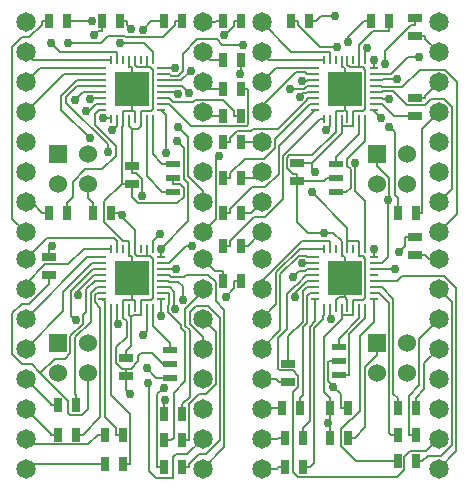
<source format=gtl>
G04 (created by PCBNEW (2013-mar-13)-testing) date Wed 23 Jul 2014 10:13:11 AM PDT*
%MOIN*%
G04 Gerber Fmt 3.4, Leading zero omitted, Abs format*
%FSLAX34Y34*%
G01*
G70*
G90*
G04 APERTURE LIST*
%ADD10C,0.005906*%
%ADD11R,0.045000X0.025000*%
%ADD12C,0.065000*%
%ADD13R,0.051200X0.019700*%
%ADD14R,0.030000X0.010000*%
%ADD15R,0.010000X0.030000*%
%ADD16R,0.118100X0.118100*%
%ADD17R,0.025000X0.045000*%
%ADD18R,0.060000X0.060000*%
%ADD19C,0.060000*%
%ADD20C,0.030000*%
%ADD21C,0.007000*%
G04 APERTURE END LIST*
G54D10*
G54D11*
X24212Y-24896D03*
X24212Y-25496D03*
G54D12*
X20669Y-20122D03*
X20669Y-21122D03*
X20669Y-22122D03*
X20669Y-23122D03*
X20669Y-24122D03*
X20669Y-25122D03*
X20669Y-26122D03*
X20669Y-27122D03*
X26574Y-27122D03*
X26574Y-26122D03*
X26574Y-25122D03*
X26574Y-24122D03*
X26574Y-23122D03*
X26574Y-22122D03*
X26574Y-21122D03*
X26574Y-20122D03*
X20669Y-27996D03*
X20669Y-28996D03*
X20669Y-29996D03*
X20669Y-30996D03*
X20669Y-31996D03*
X20669Y-32996D03*
X20669Y-33996D03*
X20669Y-34996D03*
X26574Y-34996D03*
X26574Y-33996D03*
X26574Y-32996D03*
X26574Y-31996D03*
X26574Y-30996D03*
X26574Y-29996D03*
X26574Y-28996D03*
X26574Y-27996D03*
X28543Y-20122D03*
X28543Y-21122D03*
X28543Y-22122D03*
X28543Y-23122D03*
X28543Y-24122D03*
X28543Y-25122D03*
X28543Y-26122D03*
X28543Y-27122D03*
X34448Y-27122D03*
X34448Y-26122D03*
X34448Y-25122D03*
X34448Y-24122D03*
X34448Y-23122D03*
X34448Y-22122D03*
X34448Y-21122D03*
X34448Y-20122D03*
X28543Y-27996D03*
X28543Y-28996D03*
X28543Y-29996D03*
X28543Y-30996D03*
X28543Y-31996D03*
X28543Y-32996D03*
X28543Y-33996D03*
X28543Y-34996D03*
X34448Y-34996D03*
X34448Y-33996D03*
X34448Y-32996D03*
X34448Y-31996D03*
X34448Y-30996D03*
X34448Y-29996D03*
X34448Y-28996D03*
X34448Y-27996D03*
G54D13*
X25590Y-25295D03*
X25590Y-24823D03*
X25590Y-25767D03*
X25492Y-31496D03*
X25492Y-31024D03*
X25492Y-31968D03*
X31003Y-25295D03*
X31003Y-25767D03*
X31003Y-24823D03*
X31102Y-31397D03*
X31102Y-31869D03*
X31102Y-30925D03*
G54D11*
X24015Y-31294D03*
X24015Y-31894D03*
G54D14*
X23228Y-22834D03*
X23228Y-22637D03*
X23228Y-22440D03*
X23228Y-23031D03*
G54D15*
X23523Y-23326D03*
X23720Y-23326D03*
X23917Y-23326D03*
X24114Y-23326D03*
X24310Y-23326D03*
X24507Y-23326D03*
X24704Y-23326D03*
X24901Y-23326D03*
G54D14*
X25196Y-21653D03*
X25196Y-23031D03*
X25196Y-22834D03*
X25196Y-22637D03*
X25196Y-22440D03*
X25196Y-22244D03*
X25196Y-22047D03*
X25196Y-21850D03*
G54D15*
X24901Y-21358D03*
X24704Y-21358D03*
X24507Y-21358D03*
X24310Y-21358D03*
X24114Y-21358D03*
X23917Y-21358D03*
X23720Y-21358D03*
X23523Y-21358D03*
G54D14*
X23228Y-21653D03*
X23228Y-21850D03*
X23228Y-22047D03*
X23228Y-22244D03*
G54D16*
X24212Y-22342D03*
G54D14*
X23228Y-29133D03*
X23228Y-28936D03*
X23228Y-28739D03*
X23228Y-29330D03*
G54D15*
X23523Y-29625D03*
X23720Y-29625D03*
X23917Y-29625D03*
X24114Y-29625D03*
X24310Y-29625D03*
X24507Y-29625D03*
X24704Y-29625D03*
X24901Y-29625D03*
G54D14*
X25196Y-27952D03*
X25196Y-29330D03*
X25196Y-29133D03*
X25196Y-28936D03*
X25196Y-28739D03*
X25196Y-28543D03*
X25196Y-28346D03*
X25196Y-28149D03*
G54D15*
X24901Y-27657D03*
X24704Y-27657D03*
X24507Y-27657D03*
X24310Y-27657D03*
X24114Y-27657D03*
X23917Y-27657D03*
X23720Y-27657D03*
X23523Y-27657D03*
G54D14*
X23228Y-27952D03*
X23228Y-28149D03*
X23228Y-28346D03*
X23228Y-28543D03*
G54D16*
X24212Y-28641D03*
G54D14*
X30315Y-22834D03*
X30315Y-22637D03*
X30315Y-22440D03*
X30315Y-23031D03*
G54D15*
X30610Y-23326D03*
X30807Y-23326D03*
X31004Y-23326D03*
X31201Y-23326D03*
X31397Y-23326D03*
X31594Y-23326D03*
X31791Y-23326D03*
X31988Y-23326D03*
G54D14*
X32283Y-21653D03*
X32283Y-23031D03*
X32283Y-22834D03*
X32283Y-22637D03*
X32283Y-22440D03*
X32283Y-22244D03*
X32283Y-22047D03*
X32283Y-21850D03*
G54D15*
X31988Y-21358D03*
X31791Y-21358D03*
X31594Y-21358D03*
X31397Y-21358D03*
X31201Y-21358D03*
X31004Y-21358D03*
X30807Y-21358D03*
X30610Y-21358D03*
G54D14*
X30315Y-21653D03*
X30315Y-21850D03*
X30315Y-22047D03*
X30315Y-22244D03*
G54D16*
X31299Y-22342D03*
G54D14*
X30315Y-29133D03*
X30315Y-28936D03*
X30315Y-28739D03*
X30315Y-29330D03*
G54D15*
X30610Y-29625D03*
X30807Y-29625D03*
X31004Y-29625D03*
X31201Y-29625D03*
X31397Y-29625D03*
X31594Y-29625D03*
X31791Y-29625D03*
X31988Y-29625D03*
G54D14*
X32283Y-27952D03*
X32283Y-29330D03*
X32283Y-29133D03*
X32283Y-28936D03*
X32283Y-28739D03*
X32283Y-28543D03*
X32283Y-28346D03*
X32283Y-28149D03*
G54D15*
X31988Y-27657D03*
X31791Y-27657D03*
X31594Y-27657D03*
X31397Y-27657D03*
X31201Y-27657D03*
X31004Y-27657D03*
X30807Y-27657D03*
X30610Y-27657D03*
G54D14*
X30315Y-27952D03*
X30315Y-28149D03*
X30315Y-28346D03*
X30315Y-28543D03*
G54D16*
X31299Y-28641D03*
G54D11*
X29724Y-24798D03*
X29724Y-25398D03*
G54D17*
X30802Y-32972D03*
X31402Y-32972D03*
X33066Y-32972D03*
X33666Y-32972D03*
X33066Y-33858D03*
X33666Y-33858D03*
X33066Y-34744D03*
X33666Y-34744D03*
G54D11*
X33661Y-27259D03*
X33661Y-27859D03*
G54D17*
X29925Y-34940D03*
X29325Y-34940D03*
X29925Y-33956D03*
X29325Y-33956D03*
X29827Y-32972D03*
X29227Y-32972D03*
G54D11*
X29429Y-31491D03*
X29429Y-32091D03*
G54D17*
X33066Y-26476D03*
X33666Y-26476D03*
G54D11*
X33661Y-23233D03*
X33661Y-22633D03*
X33661Y-19975D03*
X33661Y-20575D03*
G54D17*
X29522Y-20078D03*
X30122Y-20078D03*
X27259Y-27559D03*
X27859Y-27559D03*
X27259Y-26476D03*
X27859Y-26476D03*
X27259Y-25295D03*
X27859Y-25295D03*
X27259Y-24114D03*
X27859Y-24114D03*
X25290Y-34940D03*
X25890Y-34940D03*
X25290Y-34055D03*
X25890Y-34055D03*
X25290Y-33169D03*
X25890Y-33169D03*
X27859Y-28740D03*
X27259Y-28740D03*
X23922Y-34842D03*
X23322Y-34842D03*
X23922Y-33858D03*
X23322Y-33858D03*
X22347Y-33858D03*
X21747Y-33858D03*
X22347Y-32874D03*
X21747Y-32874D03*
X27859Y-23228D03*
X27259Y-23228D03*
X27859Y-22342D03*
X27259Y-22342D03*
X27859Y-21358D03*
X27259Y-21358D03*
X27859Y-20078D03*
X27259Y-20078D03*
X22051Y-20078D03*
X21451Y-20078D03*
X22051Y-26476D03*
X21451Y-26476D03*
X23823Y-20078D03*
X23223Y-20078D03*
X25290Y-20078D03*
X25890Y-20078D03*
X31402Y-33956D03*
X30802Y-33956D03*
X32180Y-20078D03*
X32780Y-20078D03*
G54D11*
X21456Y-28548D03*
X21456Y-27948D03*
G54D17*
X22928Y-26476D03*
X23528Y-26476D03*
G54D18*
X21744Y-24500D03*
G54D19*
X21744Y-25500D03*
X22744Y-24500D03*
X22744Y-25500D03*
G54D18*
X21744Y-30799D03*
G54D19*
X21744Y-31799D03*
X22744Y-30799D03*
X22744Y-31799D03*
G54D18*
X32374Y-24500D03*
G54D19*
X32374Y-25500D03*
X33374Y-24500D03*
X33374Y-25500D03*
G54D18*
X32374Y-30799D03*
G54D19*
X32374Y-31799D03*
X33374Y-30799D03*
X33374Y-31799D03*
G54D20*
X30314Y-25098D03*
X30216Y-25787D03*
X23879Y-26550D03*
X24560Y-25900D03*
X21548Y-27560D03*
X30736Y-33464D03*
X21503Y-20798D03*
X22810Y-23972D03*
X22332Y-30052D03*
X29876Y-22057D03*
X29883Y-28154D03*
X23408Y-24447D03*
X22425Y-29198D03*
X29486Y-22330D03*
X29585Y-28618D03*
X25738Y-22491D03*
X25738Y-23589D03*
X24744Y-32145D03*
X25905Y-29370D03*
X26121Y-22474D03*
X27124Y-24571D03*
X26173Y-21733D03*
X25672Y-28346D03*
X33035Y-22014D03*
X32967Y-28346D03*
X32270Y-27679D03*
X25176Y-27667D03*
X25731Y-24088D03*
X25644Y-21654D03*
X32283Y-21376D03*
X26217Y-27575D03*
X33783Y-21260D03*
X27924Y-20870D03*
X32764Y-26024D03*
X31407Y-20776D03*
X29802Y-22602D03*
X22299Y-22716D03*
X29656Y-29276D03*
X24567Y-20358D03*
X22810Y-22682D03*
X24189Y-20334D03*
X22666Y-23083D03*
X22868Y-20078D03*
X23250Y-23302D03*
X27278Y-20534D03*
X23545Y-23699D03*
X27339Y-29260D03*
X23760Y-30182D03*
X31045Y-20942D03*
X30684Y-23704D03*
X33117Y-27779D03*
X30842Y-30011D03*
X27801Y-21850D03*
X25364Y-24475D03*
X25314Y-32712D03*
X25171Y-29894D03*
X32663Y-21512D03*
X32503Y-23308D03*
X25269Y-32304D03*
X25663Y-29664D03*
X32797Y-23601D03*
X32797Y-22668D03*
X25143Y-27173D03*
X23820Y-20818D03*
X31645Y-24789D03*
X32050Y-20984D03*
X24586Y-30531D03*
X24704Y-31653D03*
X24144Y-32496D03*
X30616Y-27125D03*
X30917Y-32260D03*
X30997Y-19916D03*
X22088Y-20813D03*
X22959Y-20538D03*
G54D21*
X31397Y-27657D02*
X31397Y-26968D01*
X30216Y-25000D02*
X30216Y-24798D01*
X30314Y-25098D02*
X30216Y-25000D01*
X31397Y-26968D02*
X30216Y-25787D01*
X31201Y-23326D02*
X31201Y-23818D01*
X30221Y-24798D02*
X30216Y-24798D01*
X30216Y-24798D02*
X29724Y-24798D01*
X31201Y-23818D02*
X30221Y-24798D01*
X24704Y-21358D02*
X24704Y-21578D01*
X24114Y-23326D02*
X24114Y-23581D01*
X23528Y-26476D02*
X23758Y-26476D01*
X23807Y-26525D02*
X23856Y-26574D01*
X23807Y-26525D02*
X23807Y-26525D01*
X23758Y-26476D02*
X23807Y-26525D01*
X31397Y-27657D02*
X31397Y-27402D01*
X24212Y-24896D02*
X24212Y-24666D01*
X23856Y-26574D02*
X23879Y-26550D01*
X31201Y-29625D02*
X31201Y-29880D01*
X24356Y-25126D02*
X24212Y-25126D01*
X24560Y-25330D02*
X24356Y-25126D01*
X24560Y-25900D02*
X24560Y-25330D01*
X24212Y-24896D02*
X24212Y-25126D01*
X24507Y-23326D02*
X24507Y-23581D01*
X24310Y-21546D02*
X24310Y-21358D01*
X24377Y-21613D02*
X24310Y-21546D01*
X24669Y-21613D02*
X24377Y-21613D01*
X24704Y-21578D02*
X24669Y-21613D01*
X24507Y-23326D02*
X24507Y-23071D01*
X24838Y-23071D02*
X24507Y-23071D01*
X24908Y-23002D02*
X24838Y-23071D01*
X24908Y-21702D02*
X24908Y-23002D01*
X24819Y-21613D02*
X24908Y-21702D01*
X24739Y-21613D02*
X24819Y-21613D01*
X24704Y-21578D02*
X24739Y-21613D01*
X24212Y-24666D02*
X24212Y-23679D01*
X24114Y-23581D02*
X24212Y-23679D01*
X24409Y-23679D02*
X24507Y-23581D01*
X24212Y-23679D02*
X24409Y-23679D01*
X24310Y-27028D02*
X24310Y-27657D01*
X23856Y-26574D02*
X24310Y-27028D01*
X24704Y-27657D02*
X24704Y-27877D01*
X31791Y-21358D02*
X31791Y-21578D01*
X32780Y-20078D02*
X32780Y-20408D01*
X31791Y-21358D02*
X31791Y-21103D01*
X31397Y-27402D02*
X31791Y-27402D01*
X31925Y-29370D02*
X31594Y-29370D01*
X31994Y-29301D02*
X31925Y-29370D01*
X31994Y-28002D02*
X31994Y-29301D01*
X31905Y-27912D02*
X31994Y-28002D01*
X31791Y-27912D02*
X31905Y-27912D01*
X31791Y-27657D02*
X31791Y-27912D01*
X31594Y-29625D02*
X31594Y-29370D01*
X31791Y-27657D02*
X31791Y-27402D01*
X24114Y-29625D02*
X24114Y-29880D01*
X24015Y-31294D02*
X24015Y-31064D01*
X21456Y-27653D02*
X21456Y-27948D01*
X21548Y-27560D02*
X21456Y-27653D01*
X30802Y-33530D02*
X30802Y-33956D01*
X30736Y-33464D02*
X30802Y-33530D01*
X24262Y-29880D02*
X24188Y-29954D01*
X24507Y-29880D02*
X24262Y-29880D01*
X24188Y-30891D02*
X24188Y-29954D01*
X24015Y-31064D02*
X24188Y-30891D01*
X24188Y-29954D02*
X24114Y-29880D01*
X24507Y-29625D02*
X24507Y-29880D01*
X24310Y-27845D02*
X24310Y-27657D01*
X24377Y-27912D02*
X24310Y-27845D01*
X24704Y-27912D02*
X24377Y-27912D01*
X24704Y-27877D02*
X24704Y-27912D01*
X24838Y-29370D02*
X24507Y-29370D01*
X24908Y-29301D02*
X24838Y-29370D01*
X24908Y-28001D02*
X24908Y-29301D01*
X24819Y-27912D02*
X24908Y-28001D01*
X24704Y-27912D02*
X24819Y-27912D01*
X24507Y-29625D02*
X24507Y-29370D01*
X30802Y-33399D02*
X30802Y-32972D01*
X30736Y-33464D02*
X30802Y-33399D01*
X30802Y-32972D02*
X30802Y-32642D01*
X31791Y-20882D02*
X31791Y-21103D01*
X32265Y-20408D02*
X31791Y-20882D01*
X32780Y-20408D02*
X32265Y-20408D01*
X31594Y-23326D02*
X31594Y-23581D01*
X31201Y-23581D02*
X31594Y-23581D01*
X31201Y-23326D02*
X31201Y-23581D01*
X31397Y-21538D02*
X31397Y-21358D01*
X31472Y-21613D02*
X31397Y-21538D01*
X31756Y-21613D02*
X31472Y-21613D01*
X31791Y-21578D02*
X31756Y-21613D01*
X31594Y-23326D02*
X31594Y-23071D01*
X31925Y-23071D02*
X31594Y-23071D01*
X31994Y-23002D02*
X31925Y-23071D01*
X31994Y-21702D02*
X31994Y-23002D01*
X31905Y-21613D02*
X31994Y-21702D01*
X31826Y-21613D02*
X31905Y-21613D01*
X31791Y-21578D02*
X31826Y-21613D01*
X31201Y-30013D02*
X31201Y-29880D01*
X30601Y-30613D02*
X31201Y-30013D01*
X30601Y-32441D02*
X30601Y-30613D01*
X30802Y-32642D02*
X30601Y-32441D01*
X31594Y-29625D02*
X31594Y-29880D01*
X31201Y-29880D02*
X31594Y-29880D01*
X21809Y-21103D02*
X21503Y-20798D01*
X23720Y-21103D02*
X21809Y-21103D01*
X23720Y-21358D02*
X23720Y-21103D01*
X21368Y-27296D02*
X20669Y-27996D01*
X23614Y-27296D02*
X21368Y-27296D01*
X23720Y-27402D02*
X23614Y-27296D01*
X23720Y-27657D02*
X23720Y-27402D01*
X29524Y-21103D02*
X28543Y-20122D01*
X30807Y-21103D02*
X29524Y-21103D01*
X30807Y-21358D02*
X30807Y-21103D01*
X20905Y-21358D02*
X20669Y-21122D01*
X23523Y-21358D02*
X20905Y-21358D01*
X20669Y-28825D02*
X20669Y-28996D01*
X21316Y-28178D02*
X20669Y-28825D01*
X22087Y-28178D02*
X21316Y-28178D01*
X22607Y-27657D02*
X22087Y-28178D01*
X23523Y-27657D02*
X22607Y-27657D01*
X28779Y-21358D02*
X28543Y-21122D01*
X30610Y-21358D02*
X28779Y-21358D01*
X30807Y-27657D02*
X30807Y-27402D01*
X28543Y-28737D02*
X28543Y-28996D01*
X29878Y-27402D02*
X28543Y-28737D01*
X30807Y-27402D02*
X29878Y-27402D01*
X23228Y-21653D02*
X22973Y-21653D01*
X21137Y-21653D02*
X20669Y-22122D01*
X22973Y-21653D02*
X21137Y-21653D01*
X23228Y-27952D02*
X22973Y-27952D01*
X22712Y-27952D02*
X20669Y-29996D01*
X22973Y-27952D02*
X22712Y-27952D01*
X30315Y-21653D02*
X30060Y-21653D01*
X29020Y-21644D02*
X28543Y-22122D01*
X30051Y-21644D02*
X29020Y-21644D01*
X30060Y-21653D02*
X30051Y-21644D01*
X29025Y-29514D02*
X28543Y-29996D01*
X29025Y-28453D02*
X29025Y-29514D01*
X29821Y-27657D02*
X29025Y-28453D01*
X30610Y-27657D02*
X29821Y-27657D01*
X23228Y-21850D02*
X22973Y-21850D01*
X21940Y-21850D02*
X20669Y-23122D01*
X22973Y-21850D02*
X21940Y-21850D01*
X23228Y-28149D02*
X22973Y-28149D01*
X21920Y-29745D02*
X20669Y-30996D01*
X21920Y-29103D02*
X21920Y-29745D01*
X22874Y-28149D02*
X21920Y-29103D01*
X22973Y-28149D02*
X22874Y-28149D01*
X30315Y-21850D02*
X30060Y-21850D01*
X28543Y-22912D02*
X28543Y-23122D01*
X29670Y-21784D02*
X28543Y-22912D01*
X29984Y-21784D02*
X29670Y-21784D01*
X30050Y-21850D02*
X29984Y-21784D01*
X30060Y-21850D02*
X30050Y-21850D01*
X30315Y-27952D02*
X30060Y-27952D01*
X29165Y-30373D02*
X28543Y-30996D01*
X29165Y-28511D02*
X29165Y-30373D01*
X29777Y-27899D02*
X29165Y-28511D01*
X30006Y-27899D02*
X29777Y-27899D01*
X30060Y-27952D02*
X30006Y-27899D01*
X21863Y-23026D02*
X22810Y-23972D01*
X21863Y-22560D02*
X21863Y-23026D01*
X22376Y-22047D02*
X21863Y-22560D01*
X23228Y-22047D02*
X22376Y-22047D01*
X22168Y-29889D02*
X22332Y-30052D01*
X22168Y-29087D02*
X22168Y-29889D01*
X22909Y-28346D02*
X22168Y-29087D01*
X23228Y-28346D02*
X22909Y-28346D01*
X30049Y-22057D02*
X30060Y-22047D01*
X29876Y-22057D02*
X30049Y-22057D01*
X30315Y-22047D02*
X30060Y-22047D01*
X29888Y-28149D02*
X29883Y-28154D01*
X30315Y-28149D02*
X29888Y-28149D01*
X23228Y-22244D02*
X22973Y-22244D01*
X23408Y-24186D02*
X23408Y-24447D01*
X22025Y-22802D02*
X23408Y-24186D01*
X22025Y-22614D02*
X22025Y-22802D01*
X22394Y-22244D02*
X22025Y-22614D01*
X22973Y-22244D02*
X22394Y-22244D01*
X22425Y-29079D02*
X22425Y-29198D01*
X22961Y-28543D02*
X22425Y-29079D01*
X23228Y-28543D02*
X22961Y-28543D01*
X29965Y-22330D02*
X29486Y-22330D01*
X30051Y-22244D02*
X29965Y-22330D01*
X30315Y-22244D02*
X30051Y-22244D01*
X29792Y-28411D02*
X29585Y-28618D01*
X29988Y-28411D02*
X29792Y-28411D01*
X30053Y-28346D02*
X29988Y-28411D01*
X30315Y-28346D02*
X30053Y-28346D01*
X25687Y-22440D02*
X25738Y-22491D01*
X25196Y-22440D02*
X25687Y-22440D01*
X26091Y-23942D02*
X25738Y-23589D01*
X26091Y-25247D02*
X26091Y-23942D01*
X26574Y-25730D02*
X26091Y-25247D01*
X26574Y-26122D02*
X26574Y-25730D01*
X25196Y-28739D02*
X25432Y-28739D01*
X26062Y-34508D02*
X26574Y-33996D01*
X25688Y-34508D02*
X26062Y-34508D01*
X25590Y-34606D02*
X25688Y-34508D01*
X25590Y-35295D02*
X25590Y-34606D01*
X25570Y-35314D02*
X25590Y-35295D01*
X25019Y-35314D02*
X25570Y-35314D01*
X24783Y-35078D02*
X25019Y-35314D01*
X24783Y-32185D02*
X24783Y-35078D01*
X24744Y-32145D02*
X24783Y-32185D01*
X25905Y-28917D02*
X25905Y-29370D01*
X25748Y-28759D02*
X25905Y-28917D01*
X25452Y-28759D02*
X25748Y-28759D01*
X25432Y-28739D02*
X25452Y-28759D01*
X34891Y-25678D02*
X34448Y-26122D01*
X34891Y-22955D02*
X34891Y-25678D01*
X34620Y-22683D02*
X34891Y-22955D01*
X34176Y-22683D02*
X34620Y-22683D01*
X33991Y-22868D02*
X34176Y-22683D01*
X33368Y-22868D02*
X33991Y-22868D01*
X32914Y-22413D02*
X33368Y-22868D01*
X32565Y-22413D02*
X32914Y-22413D01*
X32538Y-22440D02*
X32565Y-22413D01*
X32283Y-22440D02*
X32538Y-22440D01*
X34030Y-34413D02*
X34448Y-33996D01*
X33495Y-34413D02*
X34030Y-34413D01*
X33296Y-34612D02*
X33495Y-34413D01*
X33296Y-35025D02*
X33296Y-34612D01*
X33050Y-35271D02*
X33296Y-35025D01*
X29750Y-35271D02*
X33050Y-35271D01*
X29597Y-35118D02*
X29750Y-35271D01*
X29597Y-32423D02*
X29597Y-35118D01*
X29759Y-32261D02*
X29597Y-32423D01*
X29759Y-31909D02*
X29759Y-32261D01*
X29571Y-31721D02*
X29759Y-31909D01*
X29158Y-31721D02*
X29571Y-31721D01*
X29097Y-31660D02*
X29158Y-31721D01*
X29097Y-30640D02*
X29097Y-31660D01*
X29393Y-30344D02*
X29097Y-30640D01*
X29393Y-29157D02*
X29393Y-30344D01*
X29676Y-28873D02*
X29393Y-29157D01*
X29709Y-28873D02*
X29676Y-28873D01*
X30030Y-28551D02*
X29709Y-28873D01*
X30052Y-28551D02*
X30030Y-28551D01*
X30060Y-28543D02*
X30052Y-28551D01*
X30315Y-28543D02*
X30060Y-28543D01*
X27028Y-26667D02*
X26574Y-27122D01*
X27028Y-24667D02*
X27028Y-26667D01*
X27124Y-24571D02*
X27028Y-24667D01*
X25459Y-22236D02*
X25451Y-22244D01*
X25883Y-22236D02*
X25459Y-22236D01*
X26121Y-22474D02*
X25883Y-22236D01*
X25196Y-22244D02*
X25451Y-22244D01*
X25196Y-28543D02*
X25451Y-28543D01*
X25521Y-28613D02*
X25451Y-28543D01*
X25956Y-28613D02*
X25521Y-28613D01*
X26026Y-28543D02*
X25956Y-28613D01*
X26760Y-28543D02*
X26026Y-28543D01*
X27004Y-28787D02*
X26760Y-28543D01*
X27004Y-29415D02*
X27004Y-28787D01*
X27293Y-29704D02*
X27004Y-29415D01*
X27293Y-34277D02*
X27293Y-29704D01*
X26574Y-34996D02*
X27293Y-34277D01*
X35051Y-26519D02*
X34448Y-27122D01*
X35051Y-22100D02*
X35051Y-26519D01*
X34640Y-21689D02*
X35051Y-22100D01*
X33802Y-21689D02*
X34640Y-21689D01*
X33222Y-22269D02*
X33802Y-21689D01*
X32563Y-22269D02*
X33222Y-22269D01*
X32538Y-22244D02*
X32563Y-22269D01*
X32283Y-22244D02*
X32538Y-22244D01*
X35031Y-34413D02*
X34448Y-34996D01*
X35031Y-28969D02*
X35031Y-34413D01*
X34619Y-28556D02*
X35031Y-28969D01*
X33231Y-28556D02*
X34619Y-28556D01*
X33048Y-28739D02*
X33231Y-28556D01*
X32283Y-28739D02*
X33048Y-28739D01*
X25196Y-22047D02*
X25451Y-22047D01*
X25454Y-22049D02*
X25451Y-22047D01*
X25857Y-22049D02*
X25454Y-22049D01*
X26173Y-21733D02*
X25857Y-22049D01*
X25672Y-28346D02*
X25196Y-28346D01*
X32283Y-22047D02*
X32538Y-22047D01*
X32571Y-22014D02*
X32538Y-22047D01*
X33035Y-22014D02*
X32571Y-22014D01*
X32283Y-28346D02*
X32967Y-28346D01*
X32283Y-27692D02*
X32270Y-27679D01*
X32283Y-27952D02*
X32283Y-27692D01*
X25196Y-27688D02*
X25196Y-27952D01*
X25176Y-27667D02*
X25196Y-27688D01*
X25196Y-21653D02*
X25451Y-21653D01*
X25643Y-21653D02*
X25644Y-21654D01*
X25451Y-21653D02*
X25643Y-21653D01*
X25951Y-24308D02*
X25731Y-24088D01*
X25951Y-25338D02*
X25951Y-24308D01*
X26091Y-25478D02*
X25951Y-25338D01*
X26091Y-26752D02*
X26091Y-25478D01*
X25176Y-27667D02*
X26091Y-26752D01*
X32283Y-21376D02*
X32283Y-21653D01*
X25196Y-28149D02*
X25451Y-28149D01*
X26026Y-27575D02*
X26217Y-27575D01*
X25451Y-28149D02*
X26026Y-27575D01*
X32283Y-21850D02*
X32538Y-21850D01*
X25196Y-21850D02*
X25451Y-21850D01*
X27231Y-20870D02*
X27924Y-20870D01*
X27042Y-20681D02*
X27231Y-20870D01*
X26396Y-20681D02*
X27042Y-20681D01*
X25918Y-21159D02*
X26396Y-20681D01*
X25918Y-21750D02*
X25918Y-21159D01*
X25759Y-21909D02*
X25918Y-21750D01*
X25530Y-21909D02*
X25759Y-21909D01*
X25470Y-21850D02*
X25530Y-21909D01*
X25451Y-21850D02*
X25470Y-21850D01*
X32374Y-24500D02*
X32374Y-24905D01*
X32283Y-28149D02*
X32538Y-28149D01*
X32781Y-26007D02*
X32764Y-26024D01*
X32781Y-25312D02*
X32781Y-26007D01*
X32374Y-24905D02*
X32781Y-25312D01*
X32764Y-27923D02*
X32538Y-28149D01*
X32764Y-26024D02*
X32764Y-27923D01*
X32838Y-21850D02*
X32538Y-21850D01*
X33428Y-21260D02*
X32838Y-21850D01*
X33783Y-21260D02*
X33428Y-21260D01*
X32180Y-20078D02*
X31950Y-20078D01*
X30315Y-22440D02*
X30060Y-22440D01*
X30018Y-22482D02*
X30060Y-22440D01*
X29922Y-22482D02*
X30018Y-22482D01*
X29802Y-22602D02*
X29922Y-22482D01*
X22744Y-25962D02*
X22928Y-26146D01*
X22744Y-25500D02*
X22744Y-25962D01*
X22928Y-26476D02*
X22928Y-26146D01*
X23228Y-22440D02*
X22973Y-22440D01*
X31407Y-20621D02*
X31407Y-20776D01*
X31950Y-20078D02*
X31407Y-20621D01*
X22589Y-22427D02*
X22299Y-22716D01*
X22960Y-22427D02*
X22589Y-22427D01*
X22973Y-22440D02*
X22960Y-22427D01*
X23228Y-28739D02*
X22973Y-28739D01*
X20867Y-31496D02*
X21165Y-31793D01*
X20553Y-31496D02*
X20867Y-31496D01*
X20223Y-31165D02*
X20553Y-31496D01*
X20223Y-29810D02*
X20223Y-31165D01*
X20538Y-29496D02*
X20223Y-29810D01*
X20792Y-29496D02*
X20538Y-29496D01*
X21456Y-28831D02*
X20792Y-29496D01*
X21456Y-28548D02*
X21456Y-28831D01*
X22744Y-32995D02*
X22744Y-31799D01*
X22535Y-33204D02*
X22744Y-32995D01*
X22164Y-33204D02*
X22535Y-33204D01*
X22096Y-33136D02*
X22164Y-33204D01*
X22096Y-32724D02*
X22096Y-33136D01*
X21165Y-31793D02*
X22096Y-32724D01*
X22693Y-29020D02*
X22973Y-28739D01*
X22693Y-29778D02*
X22693Y-29020D01*
X22587Y-29884D02*
X22693Y-29778D01*
X22587Y-30158D02*
X22587Y-29884D01*
X22164Y-30581D02*
X22587Y-30158D01*
X22164Y-31152D02*
X22164Y-30581D01*
X21992Y-31323D02*
X22164Y-31152D01*
X21635Y-31323D02*
X21992Y-31323D01*
X21165Y-31793D02*
X21635Y-31323D01*
X31968Y-33620D02*
X31632Y-33956D01*
X31968Y-31609D02*
X31968Y-33620D01*
X32374Y-31204D02*
X31968Y-31609D01*
X32374Y-30799D02*
X32374Y-31204D01*
X31402Y-33956D02*
X31632Y-33956D01*
X30041Y-28739D02*
X30315Y-28739D01*
X29656Y-29124D02*
X30041Y-28739D01*
X29656Y-29276D02*
X29656Y-29124D01*
X23228Y-22637D02*
X22973Y-22637D01*
X24847Y-20078D02*
X24567Y-20358D01*
X25290Y-20078D02*
X24847Y-20078D01*
X22854Y-22637D02*
X22810Y-22682D01*
X22973Y-22637D02*
X22854Y-22637D01*
X22347Y-32874D02*
X22347Y-32543D01*
X23046Y-28936D02*
X23228Y-28936D01*
X22833Y-29150D02*
X23046Y-28936D01*
X22833Y-30111D02*
X22833Y-29150D01*
X22325Y-30618D02*
X22833Y-30111D01*
X22325Y-32522D02*
X22325Y-30618D01*
X22347Y-32543D02*
X22325Y-32522D01*
X27259Y-24114D02*
X27489Y-24114D01*
X30315Y-22637D02*
X30060Y-22637D01*
X30060Y-22705D02*
X30060Y-22637D01*
X29089Y-23676D02*
X30060Y-22705D01*
X28259Y-23676D02*
X29089Y-23676D01*
X28181Y-23754D02*
X28259Y-23676D01*
X27705Y-23754D02*
X28181Y-23754D01*
X27489Y-23970D02*
X27705Y-23754D01*
X27489Y-24114D02*
X27489Y-23970D01*
X29429Y-31491D02*
X29429Y-31261D01*
X30315Y-28936D02*
X30060Y-28936D01*
X29911Y-29084D02*
X30060Y-28936D01*
X29911Y-30090D02*
X29911Y-29084D01*
X29429Y-30573D02*
X29911Y-30090D01*
X29429Y-31261D02*
X29429Y-30573D01*
X24053Y-20197D02*
X24189Y-20334D01*
X24053Y-20078D02*
X24053Y-20197D01*
X23823Y-20078D02*
X24053Y-20078D01*
X23018Y-22834D02*
X23228Y-22834D01*
X22769Y-23083D02*
X23018Y-22834D01*
X22666Y-23083D02*
X22769Y-23083D01*
X23048Y-29133D02*
X23228Y-29133D01*
X22973Y-29208D02*
X23048Y-29133D01*
X22973Y-29448D02*
X22973Y-29208D01*
X23161Y-29636D02*
X22973Y-29448D01*
X23161Y-33273D02*
X23161Y-29636D01*
X22577Y-33858D02*
X23161Y-33273D01*
X22347Y-33858D02*
X22577Y-33858D01*
X27259Y-25295D02*
X27489Y-25295D01*
X30156Y-22834D02*
X30315Y-22834D01*
X28973Y-24017D02*
X30156Y-22834D01*
X28973Y-24300D02*
X28973Y-24017D01*
X28602Y-24671D02*
X28973Y-24300D01*
X27969Y-24671D02*
X28602Y-24671D01*
X27489Y-25151D02*
X27969Y-24671D01*
X27489Y-25295D02*
X27489Y-25151D01*
X29827Y-32972D02*
X29827Y-32642D01*
X30151Y-29133D02*
X30315Y-29133D01*
X30051Y-29233D02*
X30151Y-29133D01*
X30051Y-30148D02*
X30051Y-29233D01*
X29926Y-30273D02*
X30051Y-30148D01*
X29926Y-32543D02*
X29926Y-30273D01*
X29827Y-32642D02*
X29926Y-32543D01*
X22051Y-26476D02*
X22051Y-26146D01*
X22244Y-25954D02*
X22051Y-26146D01*
X22244Y-25426D02*
X22244Y-25954D01*
X22664Y-25006D02*
X22244Y-25426D01*
X23226Y-25006D02*
X22664Y-25006D01*
X23669Y-24563D02*
X23226Y-25006D01*
X23669Y-24238D02*
X23669Y-24563D01*
X22980Y-23549D02*
X23669Y-24238D01*
X22980Y-23176D02*
X22980Y-23549D01*
X23124Y-23031D02*
X22980Y-23176D01*
X23228Y-23031D02*
X23124Y-23031D01*
X23922Y-33858D02*
X23691Y-33858D01*
X23691Y-33628D02*
X23691Y-33858D01*
X23319Y-33256D02*
X23691Y-33628D01*
X23319Y-29422D02*
X23319Y-33256D01*
X23228Y-29330D02*
X23319Y-29422D01*
X29113Y-24233D02*
X30315Y-23031D01*
X29113Y-25166D02*
X29113Y-24233D01*
X28658Y-25622D02*
X29113Y-25166D01*
X28199Y-25622D02*
X28658Y-25622D01*
X27489Y-26332D02*
X28199Y-25622D01*
X27489Y-26476D02*
X27489Y-26332D01*
X27259Y-26476D02*
X27489Y-26476D01*
X29925Y-33956D02*
X29925Y-33626D01*
X30136Y-33415D02*
X29925Y-33626D01*
X30136Y-30261D02*
X30136Y-33415D01*
X30315Y-30083D02*
X30136Y-30261D01*
X30315Y-29330D02*
X30315Y-30083D01*
X23499Y-23302D02*
X23523Y-23326D01*
X23250Y-23302D02*
X23499Y-23302D01*
X22051Y-20078D02*
X22868Y-20078D01*
X23922Y-34842D02*
X24152Y-34842D01*
X23523Y-29625D02*
X23523Y-29880D01*
X24152Y-33182D02*
X24152Y-34842D01*
X23505Y-32535D02*
X24152Y-33182D01*
X23505Y-29899D02*
X23505Y-32535D01*
X23523Y-29880D02*
X23505Y-29899D01*
X30486Y-23326D02*
X30610Y-23326D01*
X29253Y-24558D02*
X30486Y-23326D01*
X29253Y-26021D02*
X29253Y-24558D01*
X28653Y-26622D02*
X29253Y-26021D01*
X28287Y-26622D02*
X28653Y-26622D01*
X27489Y-27420D02*
X28287Y-26622D01*
X27489Y-27559D02*
X27489Y-27420D01*
X27259Y-27559D02*
X27489Y-27559D01*
X29925Y-34940D02*
X30156Y-34940D01*
X30610Y-29625D02*
X30610Y-29880D01*
X30277Y-34820D02*
X30156Y-34940D01*
X30277Y-30319D02*
X30277Y-34820D01*
X30587Y-30009D02*
X30277Y-30319D01*
X30587Y-29903D02*
X30587Y-30009D01*
X30610Y-29880D02*
X30587Y-29903D01*
X23720Y-23326D02*
X23720Y-23581D01*
X23602Y-23699D02*
X23720Y-23581D01*
X23545Y-23699D02*
X23602Y-23699D01*
X27859Y-20078D02*
X27628Y-20078D01*
X27320Y-20534D02*
X27278Y-20534D01*
X27628Y-20226D02*
X27320Y-20534D01*
X27628Y-20078D02*
X27628Y-20226D01*
X27628Y-28970D02*
X27339Y-29260D01*
X27628Y-28740D02*
X27628Y-28970D01*
X27859Y-28740D02*
X27628Y-28740D01*
X23720Y-30142D02*
X23760Y-30182D01*
X23720Y-29625D02*
X23720Y-30142D01*
X30807Y-23326D02*
X30807Y-23581D01*
X30807Y-23581D02*
X30684Y-23704D01*
X29522Y-20078D02*
X29752Y-20078D01*
X29752Y-20222D02*
X29752Y-20078D01*
X30472Y-20942D02*
X29752Y-20222D01*
X31045Y-20942D02*
X30472Y-20942D01*
X33331Y-27565D02*
X33117Y-27779D01*
X33331Y-27259D02*
X33331Y-27565D01*
X30807Y-29975D02*
X30807Y-29625D01*
X30842Y-30011D02*
X30807Y-29975D01*
X33661Y-27259D02*
X33331Y-27259D01*
X27801Y-21746D02*
X27801Y-21850D01*
X27859Y-21688D02*
X27801Y-21746D01*
X25364Y-23199D02*
X25196Y-23031D01*
X25364Y-24475D02*
X25364Y-23199D01*
X27859Y-21358D02*
X27859Y-21688D01*
X25314Y-32814D02*
X25314Y-32712D01*
X25290Y-32839D02*
X25314Y-32814D01*
X25290Y-33169D02*
X25290Y-32839D01*
X25171Y-29355D02*
X25171Y-29894D01*
X25196Y-29330D02*
X25171Y-29355D01*
X33661Y-19975D02*
X33661Y-20205D01*
X32283Y-23088D02*
X32503Y-23308D01*
X32283Y-23031D02*
X32283Y-23088D01*
X32663Y-21060D02*
X32663Y-21512D01*
X33517Y-20205D02*
X32663Y-21060D01*
X33661Y-20205D02*
X33517Y-20205D01*
X32283Y-30095D02*
X32283Y-29330D01*
X31819Y-30558D02*
X32283Y-30095D01*
X31819Y-33076D02*
X31819Y-30558D01*
X31562Y-33333D02*
X31819Y-33076D01*
X31522Y-33333D02*
X31562Y-33333D01*
X31172Y-33683D02*
X31522Y-33333D01*
X31172Y-34242D02*
X31172Y-33683D01*
X31673Y-34744D02*
X31172Y-34242D01*
X33066Y-34744D02*
X31673Y-34744D01*
X25450Y-22834D02*
X25196Y-22834D01*
X26174Y-23558D02*
X25450Y-22834D01*
X28053Y-23558D02*
X26174Y-23558D01*
X28089Y-23522D02*
X28053Y-23558D01*
X28089Y-22342D02*
X28089Y-23522D01*
X27859Y-22342D02*
X28089Y-22342D01*
X25290Y-34055D02*
X25520Y-34055D01*
X25196Y-29133D02*
X25451Y-29133D01*
X25610Y-33965D02*
X25520Y-34055D01*
X25610Y-32466D02*
X25610Y-33965D01*
X25993Y-32084D02*
X25610Y-32466D01*
X25993Y-30430D02*
X25993Y-32084D01*
X25854Y-30291D02*
X25993Y-30430D01*
X25854Y-30216D02*
X25854Y-30291D01*
X25401Y-29763D02*
X25854Y-30216D01*
X25401Y-29559D02*
X25401Y-29763D01*
X25451Y-29508D02*
X25401Y-29559D01*
X25451Y-29133D02*
X25451Y-29508D01*
X32936Y-23233D02*
X32538Y-22834D01*
X33661Y-23233D02*
X32936Y-23233D01*
X32283Y-22834D02*
X32538Y-22834D01*
X32441Y-29133D02*
X32283Y-29133D01*
X32787Y-29479D02*
X32441Y-29133D01*
X32787Y-33809D02*
X32787Y-29479D01*
X32836Y-33858D02*
X32787Y-33809D01*
X33066Y-33858D02*
X32836Y-33858D01*
X27859Y-23228D02*
X27628Y-23228D01*
X25196Y-22637D02*
X25451Y-22637D01*
X25574Y-22760D02*
X25451Y-22637D01*
X26236Y-22760D02*
X25574Y-22760D01*
X26304Y-22691D02*
X26236Y-22760D01*
X27236Y-22691D02*
X26304Y-22691D01*
X27628Y-23084D02*
X27236Y-22691D01*
X27628Y-23228D02*
X27628Y-23084D01*
X25051Y-32521D02*
X25269Y-32304D01*
X25051Y-34932D02*
X25051Y-32521D01*
X25060Y-34940D02*
X25051Y-34932D01*
X25290Y-34940D02*
X25060Y-34940D01*
X25629Y-29630D02*
X25663Y-29664D01*
X25629Y-29091D02*
X25629Y-29630D01*
X25474Y-28936D02*
X25629Y-29091D01*
X25196Y-28936D02*
X25474Y-28936D01*
X32283Y-22637D02*
X32538Y-22637D01*
X33066Y-26476D02*
X33066Y-26146D01*
X32569Y-22668D02*
X32797Y-22668D01*
X32538Y-22637D02*
X32569Y-22668D01*
X32968Y-23772D02*
X32797Y-23601D01*
X32968Y-25867D02*
X32968Y-23772D01*
X33066Y-25965D02*
X32968Y-25867D01*
X33066Y-26146D02*
X33066Y-25965D01*
X33066Y-32972D02*
X33066Y-32642D01*
X32283Y-28936D02*
X32538Y-28936D01*
X32927Y-29326D02*
X32538Y-28936D01*
X32927Y-32504D02*
X32927Y-29326D01*
X33066Y-32642D02*
X32927Y-32504D01*
X24914Y-27402D02*
X25143Y-27173D01*
X24901Y-27402D02*
X24914Y-27402D01*
X24901Y-27657D02*
X24901Y-27402D01*
X24901Y-21358D02*
X24901Y-21103D01*
X24617Y-20818D02*
X23820Y-20818D01*
X24901Y-21103D02*
X24617Y-20818D01*
X31988Y-26080D02*
X31988Y-27657D01*
X31645Y-25738D02*
X31988Y-26080D01*
X31645Y-24789D02*
X31645Y-25738D01*
X31988Y-21046D02*
X31988Y-21358D01*
X32050Y-20984D02*
X31988Y-21046D01*
X24704Y-23326D02*
X24704Y-23581D01*
X25590Y-25767D02*
X25229Y-25767D01*
X24704Y-25242D02*
X25229Y-25767D01*
X24704Y-23581D02*
X24704Y-25242D01*
X25492Y-31968D02*
X25019Y-31968D01*
X24704Y-30413D02*
X24704Y-29625D01*
X24586Y-30531D02*
X24704Y-30413D01*
X25019Y-31968D02*
X24704Y-31653D01*
X31791Y-23832D02*
X31003Y-24619D01*
X31791Y-23326D02*
X31791Y-23832D01*
X31003Y-24823D02*
X31003Y-24619D01*
X31102Y-30925D02*
X31102Y-30722D01*
X31791Y-29975D02*
X31791Y-29625D01*
X31102Y-30664D02*
X31791Y-29975D01*
X31102Y-30722D02*
X31102Y-30664D01*
X25590Y-24823D02*
X25229Y-24823D01*
X24901Y-24495D02*
X25229Y-24823D01*
X24901Y-23326D02*
X24901Y-24495D01*
X24901Y-30229D02*
X25492Y-30820D01*
X24901Y-29880D02*
X24901Y-30229D01*
X24901Y-29625D02*
X24901Y-29880D01*
X25492Y-31024D02*
X25492Y-30820D01*
X31003Y-25767D02*
X31365Y-25767D01*
X31988Y-23326D02*
X31988Y-23581D01*
X31505Y-25627D02*
X31365Y-25767D01*
X31505Y-25009D02*
X31505Y-25627D01*
X31390Y-24895D02*
X31505Y-25009D01*
X31390Y-24683D02*
X31390Y-24895D01*
X31988Y-24086D02*
X31390Y-24683D01*
X31988Y-23581D02*
X31988Y-24086D01*
X31988Y-29625D02*
X31988Y-29880D01*
X31102Y-31869D02*
X31463Y-31869D01*
X31988Y-29976D02*
X31988Y-29880D01*
X31463Y-30501D02*
X31988Y-29976D01*
X31463Y-31869D02*
X31463Y-30501D01*
X25492Y-31496D02*
X25236Y-31496D01*
X24173Y-31673D02*
X24015Y-31673D01*
X24429Y-31417D02*
X24173Y-31673D01*
X24429Y-31240D02*
X24429Y-31417D01*
X24527Y-31141D02*
X24429Y-31240D01*
X24881Y-31141D02*
X24527Y-31141D01*
X25236Y-31496D02*
X24881Y-31141D01*
X29724Y-25398D02*
X30605Y-25398D01*
X30708Y-25295D02*
X31003Y-25295D01*
X30605Y-25398D02*
X30708Y-25295D01*
X29724Y-25398D02*
X29724Y-26771D01*
X30077Y-27125D02*
X30616Y-27125D01*
X29724Y-26771D02*
X30077Y-27125D01*
X24179Y-27912D02*
X24212Y-27946D01*
X24114Y-27912D02*
X24179Y-27912D01*
X24212Y-28641D02*
X24212Y-27946D01*
X24114Y-27785D02*
X24114Y-27912D01*
X24179Y-21613D02*
X24114Y-21613D01*
X24212Y-21646D02*
X24179Y-21613D01*
X24212Y-22342D02*
X24212Y-21646D01*
X24114Y-21358D02*
X24114Y-21613D01*
X24212Y-22342D02*
X24212Y-23038D01*
X24310Y-23326D02*
X24310Y-23071D01*
X24245Y-23071D02*
X24310Y-23071D01*
X24212Y-23038D02*
X24245Y-23071D01*
X31265Y-21613D02*
X31201Y-21613D01*
X31299Y-21646D02*
X31265Y-21613D01*
X31299Y-22342D02*
X31299Y-21646D01*
X31201Y-21358D02*
X31201Y-21613D01*
X31332Y-23071D02*
X31299Y-23038D01*
X31397Y-23071D02*
X31332Y-23071D01*
X31397Y-23326D02*
X31397Y-23071D01*
X31299Y-22342D02*
X31299Y-23038D01*
X24179Y-23071D02*
X24212Y-23038D01*
X23917Y-23071D02*
X24179Y-23071D01*
X23917Y-23326D02*
X23917Y-23071D01*
X23917Y-23326D02*
X23917Y-23581D01*
X24114Y-27785D02*
X24114Y-27657D01*
X24114Y-27657D02*
X24114Y-27402D01*
X24212Y-25496D02*
X23882Y-25496D01*
X23298Y-26081D02*
X23882Y-25496D01*
X23298Y-26770D02*
X23298Y-26081D01*
X23929Y-27402D02*
X23298Y-26770D01*
X24114Y-27402D02*
X23929Y-27402D01*
X25590Y-25295D02*
X25590Y-25498D01*
X24212Y-25496D02*
X24212Y-25726D01*
X25826Y-25498D02*
X25590Y-25498D01*
X25951Y-25624D02*
X25826Y-25498D01*
X25951Y-25932D02*
X25951Y-25624D01*
X25728Y-26155D02*
X25951Y-25932D01*
X24426Y-26155D02*
X25728Y-26155D01*
X24212Y-25941D02*
X24426Y-26155D01*
X24212Y-25726D02*
X24212Y-25941D01*
X23882Y-23616D02*
X23917Y-23581D01*
X23882Y-25496D02*
X23882Y-23616D01*
X24015Y-31894D02*
X24015Y-31673D01*
X24015Y-31673D02*
X24015Y-31664D01*
X24212Y-28641D02*
X24212Y-29337D01*
X23917Y-29625D02*
X23917Y-29370D01*
X24179Y-29370D02*
X24212Y-29337D01*
X23917Y-29370D02*
X24179Y-29370D01*
X24310Y-29625D02*
X24310Y-29370D01*
X24245Y-29370D02*
X24310Y-29370D01*
X24212Y-29337D02*
X24245Y-29370D01*
X24015Y-32368D02*
X24015Y-31894D01*
X24144Y-32496D02*
X24015Y-32368D01*
X29724Y-25398D02*
X29724Y-25168D01*
X31004Y-23770D02*
X31004Y-23326D01*
X30219Y-24554D02*
X31004Y-23770D01*
X29465Y-24554D02*
X30219Y-24554D01*
X29394Y-24626D02*
X29465Y-24554D01*
X29394Y-24981D02*
X29394Y-24626D01*
X29580Y-25168D02*
X29394Y-24981D01*
X29724Y-25168D02*
X29580Y-25168D01*
X31265Y-23071D02*
X31299Y-23038D01*
X31004Y-23071D02*
X31265Y-23071D01*
X31004Y-23326D02*
X31004Y-23071D01*
X23872Y-31664D02*
X24015Y-31664D01*
X23685Y-31477D02*
X23872Y-31664D01*
X23685Y-30952D02*
X23685Y-31477D01*
X24037Y-30600D02*
X23685Y-30952D01*
X24037Y-30082D02*
X24037Y-30600D01*
X23917Y-29962D02*
X24037Y-30082D01*
X23917Y-29625D02*
X23917Y-29962D01*
X31102Y-29272D02*
X31004Y-29370D01*
X31299Y-29272D02*
X31102Y-29272D01*
X31299Y-28641D02*
X31299Y-29272D01*
X31299Y-29272D02*
X31397Y-29370D01*
X31004Y-29625D02*
X31004Y-29370D01*
X31265Y-27912D02*
X31299Y-27946D01*
X31201Y-27657D02*
X31201Y-27402D01*
X31201Y-27402D02*
X30923Y-27125D01*
X30923Y-27125D02*
X30616Y-27125D01*
X31201Y-27785D02*
X31201Y-27657D01*
X31201Y-27785D02*
X31201Y-27912D01*
X31299Y-28641D02*
X31299Y-27946D01*
X31201Y-27912D02*
X31265Y-27912D01*
X31397Y-29498D02*
X31397Y-29370D01*
X31102Y-31397D02*
X30776Y-31397D01*
X31402Y-32972D02*
X31172Y-32972D01*
X31397Y-29498D02*
X31397Y-29625D01*
X30741Y-32084D02*
X30917Y-32260D01*
X30741Y-31432D02*
X30741Y-32084D01*
X30776Y-31397D02*
X30741Y-31432D01*
X31172Y-32515D02*
X31172Y-32972D01*
X30917Y-32260D02*
X31172Y-32515D01*
X25890Y-33169D02*
X25890Y-32839D01*
X26134Y-32595D02*
X25890Y-32839D01*
X26134Y-30373D02*
X26134Y-32595D01*
X25994Y-30233D02*
X26134Y-30373D01*
X25994Y-29657D02*
X25994Y-30233D01*
X26574Y-29077D02*
X25994Y-29657D01*
X26574Y-28996D02*
X26574Y-29077D01*
X27013Y-30434D02*
X26574Y-29996D01*
X27013Y-32168D02*
X27013Y-30434D01*
X26685Y-32496D02*
X27013Y-32168D01*
X26460Y-32496D02*
X26685Y-32496D01*
X26120Y-32835D02*
X26460Y-32496D01*
X26120Y-34055D02*
X26120Y-32835D01*
X25890Y-34055D02*
X26120Y-34055D01*
X26574Y-30615D02*
X26574Y-30996D01*
X26134Y-30175D02*
X26574Y-30615D01*
X26134Y-29782D02*
X26134Y-30175D01*
X26360Y-29556D02*
X26134Y-29782D01*
X26746Y-29556D02*
X26360Y-29556D01*
X27153Y-29963D02*
X26746Y-29556D01*
X27153Y-34031D02*
X27153Y-29963D01*
X26689Y-34496D02*
X27153Y-34031D01*
X26450Y-34496D02*
X26689Y-34496D01*
X26120Y-34825D02*
X26450Y-34496D01*
X26120Y-34940D02*
X26120Y-34825D01*
X25890Y-34940D02*
X26120Y-34940D01*
X21517Y-33843D02*
X20669Y-32996D01*
X21517Y-33858D02*
X21517Y-33843D01*
X21747Y-33858D02*
X21517Y-33858D01*
X20861Y-34188D02*
X20669Y-33996D01*
X22761Y-34188D02*
X20861Y-34188D01*
X23091Y-33858D02*
X22761Y-34188D01*
X23322Y-33858D02*
X23091Y-33858D01*
X21517Y-32843D02*
X20669Y-31996D01*
X21517Y-32874D02*
X21517Y-32843D01*
X21747Y-32874D02*
X21517Y-32874D01*
X20822Y-34842D02*
X20669Y-34996D01*
X23322Y-34842D02*
X20822Y-34842D01*
X28097Y-24122D02*
X28543Y-24122D01*
X28089Y-24114D02*
X28097Y-24122D01*
X27859Y-24114D02*
X28089Y-24114D01*
X26988Y-28410D02*
X26574Y-27996D01*
X27259Y-28410D02*
X26988Y-28410D01*
X27259Y-28740D02*
X27259Y-28410D01*
X28526Y-27122D02*
X28543Y-27122D01*
X28089Y-27559D02*
X28526Y-27122D01*
X27859Y-27559D02*
X28089Y-27559D01*
X28370Y-25295D02*
X28543Y-25122D01*
X27859Y-25295D02*
X28370Y-25295D01*
X28188Y-26476D02*
X28543Y-26122D01*
X27859Y-26476D02*
X28188Y-26476D01*
X30122Y-20078D02*
X30352Y-20078D01*
X30515Y-19916D02*
X30997Y-19916D01*
X30352Y-20078D02*
X30515Y-19916D01*
X33991Y-20664D02*
X34448Y-21122D01*
X33991Y-20575D02*
X33991Y-20664D01*
X33661Y-20575D02*
X33991Y-20575D01*
X33991Y-22579D02*
X34448Y-22122D01*
X33991Y-22633D02*
X33991Y-22579D01*
X33661Y-22633D02*
X33991Y-22633D01*
X33896Y-23674D02*
X34448Y-23122D01*
X33896Y-26476D02*
X33896Y-23674D01*
X33666Y-26476D02*
X33896Y-26476D01*
X33666Y-32972D02*
X33666Y-32642D01*
X33957Y-31487D02*
X34448Y-30996D01*
X33957Y-32350D02*
X33957Y-31487D01*
X33666Y-32642D02*
X33957Y-32350D01*
X33779Y-30665D02*
X34448Y-29996D01*
X33779Y-32219D02*
X33779Y-30665D01*
X33436Y-32562D02*
X33779Y-32219D01*
X33436Y-33858D02*
X33436Y-32562D01*
X33666Y-33858D02*
X33436Y-33858D01*
X33666Y-34744D02*
X33896Y-34744D01*
X34074Y-34565D02*
X33896Y-34744D01*
X34511Y-34565D02*
X34074Y-34565D01*
X34884Y-34193D02*
X34511Y-34565D01*
X34884Y-29431D02*
X34884Y-34193D01*
X34448Y-28996D02*
X34884Y-29431D01*
X34128Y-27996D02*
X34448Y-27996D01*
X33991Y-27859D02*
X34128Y-27996D01*
X33661Y-27859D02*
X33991Y-27859D01*
X20226Y-26679D02*
X20669Y-27122D01*
X20226Y-20927D02*
X20226Y-26679D01*
X20532Y-20622D02*
X20226Y-20927D01*
X20793Y-20622D02*
X20532Y-20622D01*
X21221Y-20193D02*
X20793Y-20622D01*
X21221Y-20078D02*
X21221Y-20193D01*
X21451Y-20078D02*
X21221Y-20078D01*
X26985Y-20122D02*
X26574Y-20122D01*
X27028Y-20078D02*
X26985Y-20122D01*
X27259Y-20078D02*
X27028Y-20078D01*
X26811Y-21358D02*
X26574Y-21122D01*
X27259Y-21358D02*
X26811Y-21358D01*
X26795Y-22342D02*
X26574Y-22122D01*
X27259Y-22342D02*
X26795Y-22342D01*
X26681Y-23228D02*
X26574Y-23122D01*
X27259Y-23228D02*
X26681Y-23228D01*
X28566Y-32972D02*
X28543Y-32996D01*
X29227Y-32972D02*
X28566Y-32972D01*
X29056Y-33996D02*
X28543Y-33996D01*
X29095Y-33956D02*
X29056Y-33996D01*
X29325Y-33956D02*
X29095Y-33956D01*
X29003Y-31996D02*
X28543Y-31996D01*
X29099Y-32091D02*
X29003Y-31996D01*
X29429Y-32091D02*
X29099Y-32091D01*
X29040Y-34996D02*
X28543Y-34996D01*
X29095Y-34940D02*
X29040Y-34996D01*
X29325Y-34940D02*
X29095Y-34940D01*
X25890Y-20078D02*
X25660Y-20078D01*
X23168Y-20813D02*
X22088Y-20813D01*
X23418Y-20563D02*
X23168Y-20813D01*
X23958Y-20563D02*
X23418Y-20563D01*
X24016Y-20621D02*
X23958Y-20563D01*
X25261Y-20621D02*
X24016Y-20621D01*
X25660Y-20222D02*
X25261Y-20621D01*
X25660Y-20078D02*
X25660Y-20222D01*
X23089Y-20408D02*
X22959Y-20538D01*
X23223Y-20408D02*
X23089Y-20408D01*
X23223Y-20078D02*
X23223Y-20408D01*
X20867Y-26122D02*
X20669Y-26122D01*
X21221Y-26476D02*
X20867Y-26122D01*
X21451Y-26476D02*
X21221Y-26476D01*
M02*

</source>
